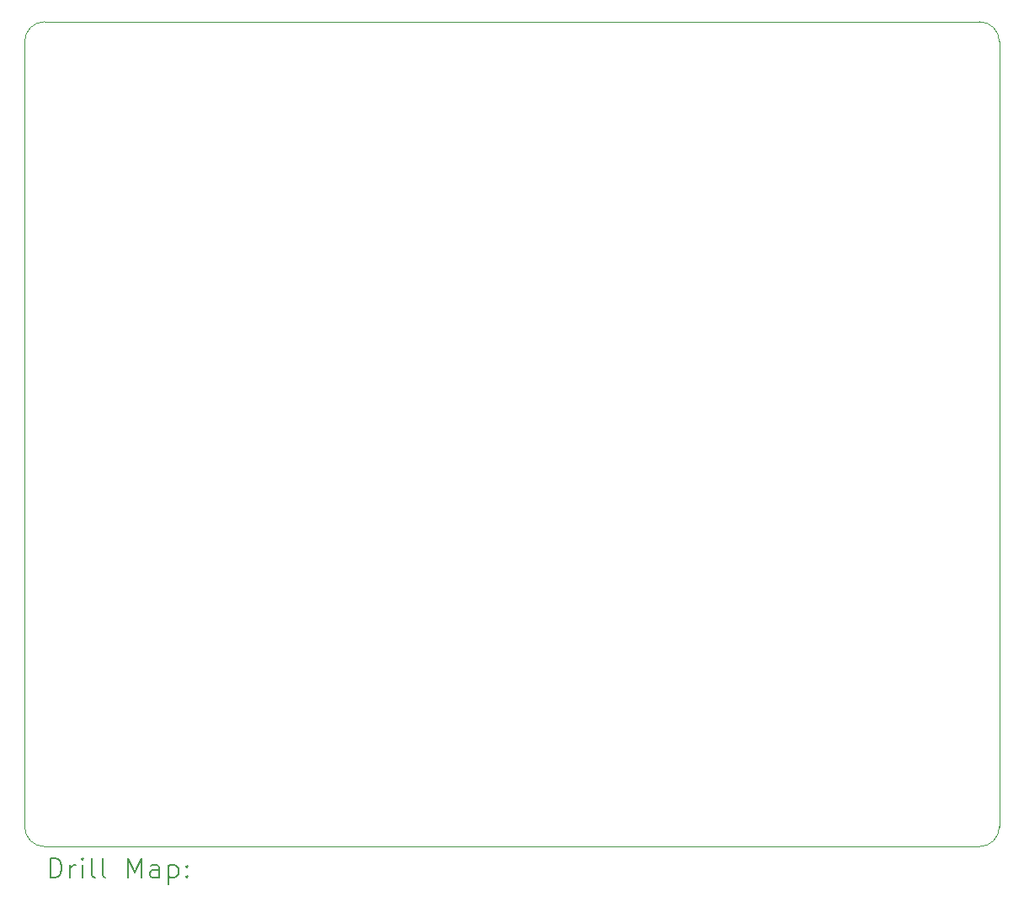
<source format=gbr>
%TF.GenerationSoftware,KiCad,Pcbnew,8.99.0-3415-g545c771fd6*%
%TF.CreationDate,2025-05-12T13:52:44+02:00*%
%TF.ProjectId,logic-solder,6c6f6769-632d-4736-9f6c-6465722e6b69,3*%
%TF.SameCoordinates,Original*%
%TF.FileFunction,Drillmap*%
%TF.FilePolarity,Positive*%
%FSLAX45Y45*%
G04 Gerber Fmt 4.5, Leading zero omitted, Abs format (unit mm)*
G04 Created by KiCad (PCBNEW 8.99.0-3415-g545c771fd6) date 2025-05-12 13:52:44*
%MOMM*%
%LPD*%
G01*
G04 APERTURE LIST*
%ADD10C,0.050000*%
%ADD11C,0.200000*%
G04 APERTURE END LIST*
D10*
X15300000Y-10800000D02*
X15300000Y-2900000D01*
X25100000Y-10800000D02*
G75*
G02*
X24900000Y-11000000I-200000J0D01*
G01*
X24900000Y-11000000D02*
X15500000Y-11000000D01*
X25100000Y-2900000D02*
X25100000Y-10800000D01*
X15500000Y-11000000D02*
G75*
G02*
X15300000Y-10800000I0J200000D01*
G01*
X15500000Y-2700000D02*
X24900000Y-2700000D01*
X15300000Y-2900000D02*
G75*
G02*
X15500000Y-2700000I200000J0D01*
G01*
X24900000Y-2700000D02*
G75*
G02*
X25100000Y-2900000I0J-200000D01*
G01*
D11*
X15558277Y-11313984D02*
X15558277Y-11113984D01*
X15558277Y-11113984D02*
X15605896Y-11113984D01*
X15605896Y-11113984D02*
X15634467Y-11123508D01*
X15634467Y-11123508D02*
X15653515Y-11142555D01*
X15653515Y-11142555D02*
X15663039Y-11161603D01*
X15663039Y-11161603D02*
X15672562Y-11199698D01*
X15672562Y-11199698D02*
X15672562Y-11228269D01*
X15672562Y-11228269D02*
X15663039Y-11266365D01*
X15663039Y-11266365D02*
X15653515Y-11285412D01*
X15653515Y-11285412D02*
X15634467Y-11304460D01*
X15634467Y-11304460D02*
X15605896Y-11313984D01*
X15605896Y-11313984D02*
X15558277Y-11313984D01*
X15758277Y-11313984D02*
X15758277Y-11180650D01*
X15758277Y-11218746D02*
X15767801Y-11199698D01*
X15767801Y-11199698D02*
X15777324Y-11190174D01*
X15777324Y-11190174D02*
X15796372Y-11180650D01*
X15796372Y-11180650D02*
X15815420Y-11180650D01*
X15882086Y-11313984D02*
X15882086Y-11180650D01*
X15882086Y-11113984D02*
X15872562Y-11123508D01*
X15872562Y-11123508D02*
X15882086Y-11133031D01*
X15882086Y-11133031D02*
X15891610Y-11123508D01*
X15891610Y-11123508D02*
X15882086Y-11113984D01*
X15882086Y-11113984D02*
X15882086Y-11133031D01*
X16005896Y-11313984D02*
X15986848Y-11304460D01*
X15986848Y-11304460D02*
X15977324Y-11285412D01*
X15977324Y-11285412D02*
X15977324Y-11113984D01*
X16110658Y-11313984D02*
X16091610Y-11304460D01*
X16091610Y-11304460D02*
X16082086Y-11285412D01*
X16082086Y-11285412D02*
X16082086Y-11113984D01*
X16339229Y-11313984D02*
X16339229Y-11113984D01*
X16339229Y-11113984D02*
X16405896Y-11256841D01*
X16405896Y-11256841D02*
X16472562Y-11113984D01*
X16472562Y-11113984D02*
X16472562Y-11313984D01*
X16653515Y-11313984D02*
X16653515Y-11209222D01*
X16653515Y-11209222D02*
X16643991Y-11190174D01*
X16643991Y-11190174D02*
X16624943Y-11180650D01*
X16624943Y-11180650D02*
X16586848Y-11180650D01*
X16586848Y-11180650D02*
X16567801Y-11190174D01*
X16653515Y-11304460D02*
X16634467Y-11313984D01*
X16634467Y-11313984D02*
X16586848Y-11313984D01*
X16586848Y-11313984D02*
X16567801Y-11304460D01*
X16567801Y-11304460D02*
X16558277Y-11285412D01*
X16558277Y-11285412D02*
X16558277Y-11266365D01*
X16558277Y-11266365D02*
X16567801Y-11247317D01*
X16567801Y-11247317D02*
X16586848Y-11237793D01*
X16586848Y-11237793D02*
X16634467Y-11237793D01*
X16634467Y-11237793D02*
X16653515Y-11228269D01*
X16748753Y-11180650D02*
X16748753Y-11380650D01*
X16748753Y-11190174D02*
X16767801Y-11180650D01*
X16767801Y-11180650D02*
X16805896Y-11180650D01*
X16805896Y-11180650D02*
X16824944Y-11190174D01*
X16824944Y-11190174D02*
X16834467Y-11199698D01*
X16834467Y-11199698D02*
X16843991Y-11218746D01*
X16843991Y-11218746D02*
X16843991Y-11275888D01*
X16843991Y-11275888D02*
X16834467Y-11294936D01*
X16834467Y-11294936D02*
X16824944Y-11304460D01*
X16824944Y-11304460D02*
X16805896Y-11313984D01*
X16805896Y-11313984D02*
X16767801Y-11313984D01*
X16767801Y-11313984D02*
X16748753Y-11304460D01*
X16929705Y-11294936D02*
X16939229Y-11304460D01*
X16939229Y-11304460D02*
X16929705Y-11313984D01*
X16929705Y-11313984D02*
X16920182Y-11304460D01*
X16920182Y-11304460D02*
X16929705Y-11294936D01*
X16929705Y-11294936D02*
X16929705Y-11313984D01*
X16929705Y-11190174D02*
X16939229Y-11199698D01*
X16939229Y-11199698D02*
X16929705Y-11209222D01*
X16929705Y-11209222D02*
X16920182Y-11199698D01*
X16920182Y-11199698D02*
X16929705Y-11190174D01*
X16929705Y-11190174D02*
X16929705Y-11209222D01*
M02*

</source>
